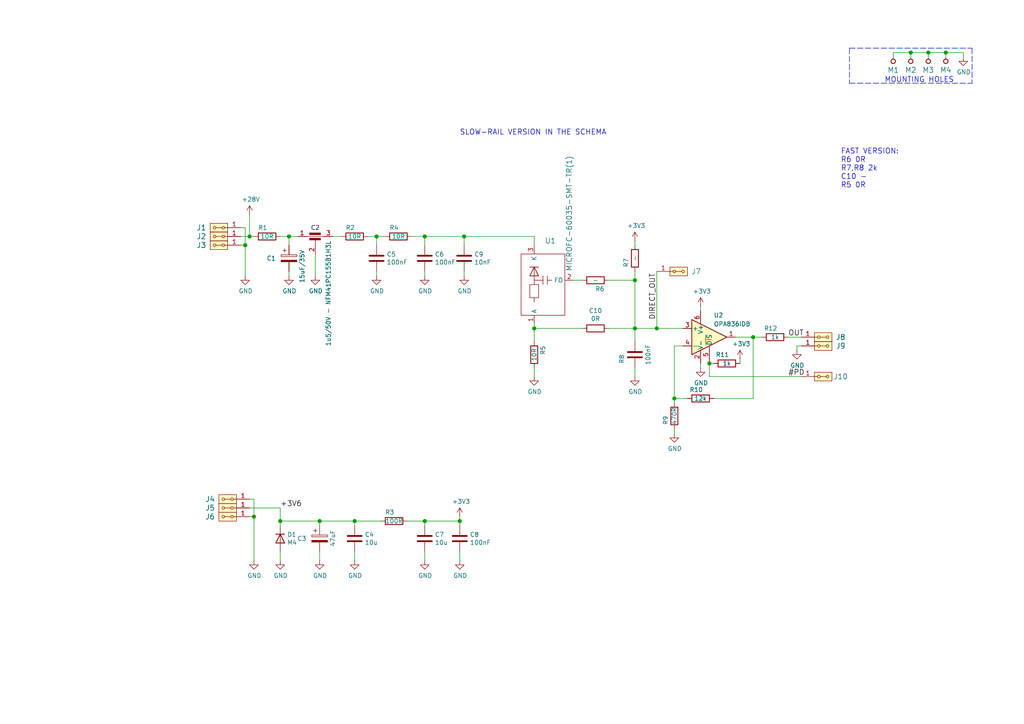
<source format=kicad_sch>
(kicad_sch (version 20210621) (generator eeschema)
  (paper "A4")
  (title_block (title "NAME") (date "%F") (rev "REV") (company "Mlab www.mlab.cz") (comment 1 "VERSION") (comment 2 "Short description \\nTwo lines are maximum") (comment 3 "nickname <email@example.com>") (comment 4 "BSD"))
  (lib_symbols
    (symbol "AIRDOSC01A_PCB01A-rescue:CP-Device" (pin_numbers hide) (pin_names (offset 0.254))
      (property "Reference" "C" (at 0.635 2.54 0))
      (property "Value" "CP-Device" (at 0.635 -2.54 0))
      (symbol "CP-Device_0_1"
        (rectangle (start -2.286 0.508) (end 2.286 1.016))
        (polyline (pts (xy -1.778 2.286) (xy -0.762 2.286)))
        (polyline (pts (xy -1.27 2.794) (xy -1.27 1.778)))
        (rectangle (start 2.286 -0.508) (end -2.286 -1.016) (fill (type outline)))
      )
      (symbol "CP-Device_1_1"
        (pin passive line (at 0 3.81 270) (length 2.794) (name "~") (number "1"))
        (pin passive line (at 0 -3.81 90) (length 2.794) (name "~") (number "2"))
      )
    )
    (symbol "AIRDOSC01A_PCB01A-rescue:EMI_Filter_C-Device" (pin_names (offset 0.254) hide)
      (property "Reference" "C" (at 0 7.62 0))
      (property "Value" "EMI_Filter_C-Device" (at 0 5.715 0))
      (symbol "EMI_Filter_C-Device_0_1"
        (rectangle (start -1.651 1.524) (end 1.524 2.032) (fill (type outline)))
        (polyline (pts (xy -2.54 2.54) (xy 2.54 2.54)))
        (polyline (pts (xy 0 0) (xy 0 1.778)))
        (rectangle (start 1.524 3.048) (end -1.651 3.556) (fill (type outline)))
      )
      (symbol "EMI_Filter_C-Device_1_1"
        (pin passive line (at -5.08 2.54 0) (length 2.54) (name "1") (number "1"))
        (pin passive line (at 0 -2.54 90) (length 2.54) (name "2") (number "2"))
        (pin passive line (at 5.08 2.54 180) (length 2.54) (name "3") (number "3"))
      )
    )
    (symbol "Amplifier_Operational:OPA847xDBV" (pin_names (offset 0.127))
      (property "Reference" "U" (at -1.27 6.35 0))
      (property "Value" "OPA847xDBV" (at -1.27 3.81 0))
      (symbol "OPA847xDBV_0_1"
        (polyline (pts (xy -5.08 5.08) (xy 5.08 0) (xy -5.08 -5.08) (xy -5.08 5.08)) (stroke (width 0.254)) (fill (type background)))
        (pin power_in line (at -2.54 -7.62 90) (length 3.81) (name "V-") (number "2"))
        (pin power_in line (at -2.54 7.62 270) (length 3.81) (name "V+") (number "6"))
      )
      (symbol "OPA847xDBV_1_1"
        (pin output line (at 7.62 0 180) (length 2.54) (name "~") (number "1"))
        (pin input line (at -7.62 2.54 0) (length 2.54) (name "+") (number "3"))
        (pin input line (at -7.62 -2.54 0) (length 2.54) (name "-") (number "4"))
        (pin input line (at 0 -7.62 90) (length 5.08) (name "~{DIS}") (number "5"))
      )
    )
    (symbol "Device:C" (pin_numbers hide) (pin_names (offset 0.254))
      (property "Reference" "C" (at 0.635 2.54 0))
      (property "Value" "C" (at 0.635 -2.54 0))
      (symbol "C_0_1"
        (polyline (pts (xy -2.032 -0.762) (xy 2.032 -0.762)) (stroke (width 0.508)))
        (polyline (pts (xy -2.032 0.762) (xy 2.032 0.762)) (stroke (width 0.508)))
      )
      (symbol "C_1_1"
        (pin passive line (at 0 3.81 270) (length 2.794) (name "~") (number "1"))
        (pin passive line (at 0 -3.81 90) (length 2.794) (name "~") (number "2"))
      )
    )
    (symbol "Device:D" (pin_numbers hide) (pin_names (offset 1.016) hide)
      (property "Reference" "D" (at 0 2.54 0))
      (property "Value" "D" (at 0 -2.54 0))
      (symbol "D_0_1"
        (polyline (pts (xy -1.27 1.27) (xy -1.27 -1.27)) (stroke (width 0.254)))
        (polyline (pts (xy 1.27 0) (xy -1.27 0)))
        (polyline (pts (xy 1.27 1.27) (xy 1.27 -1.27) (xy -1.27 0) (xy 1.27 1.27)) (stroke (width 0.254)))
      )
      (symbol "D_1_1"
        (pin passive line (at -3.81 0 0) (length 2.54) (name "K") (number "1"))
        (pin passive line (at 3.81 0 180) (length 2.54) (name "A") (number "2"))
      )
    )
    (symbol "Device:R" (pin_numbers hide) (pin_names (offset 0))
      (property "Reference" "R" (at 2.032 0 90))
      (property "Value" "R" (at 0 0 90))
      (symbol "R_0_1"
        (rectangle (start -1.016 -2.54) (end 1.016 2.54) (stroke (width 0.254)))
      )
      (symbol "R_1_1"
        (pin passive line (at 0 3.81 270) (length 1.27) (name "~") (number "1"))
        (pin passive line (at 0 -3.81 90) (length 1.27) (name "~") (number "2"))
      )
    )
    (symbol "MLAB_HEADER:HEADER_2x01_PARALLEL" (pin_names (offset 1.016))
      (property "Reference" "J" (at 0 -2.54 0))
      (property "Value" "HEADER_2x01_PARALLEL" (at 0 2.54 0))
      (symbol "HEADER_2x01_PARALLEL_0_1"
        (rectangle (start -2.54 1.27) (end 2.54 -1.27) (fill (type background)))
        (circle (center -1.27 0) (radius 0.381))
        (polyline (pts (xy -1.651 0) (xy -2.54 0)))
        (polyline (pts (xy -0.889 0) (xy 0.889 0)))
        (circle (center 1.27 0) (radius 0.381))
      )
      (symbol "HEADER_2x01_PARALLEL_1_1"
        (pin input line (at -6.35 0 0) (length 3.81) (name "~") (number "1"))
        (pin input line (at -6.35 0 0) (length 3.81) hide (name "~") (number "2"))
      )
    )
    (symbol "MLAB_IO:MICROFC-60035-SMT-TR(1)"
      (property "Reference" "U" (at 12.7 -3.81 0))
      (property "Value" "MICROFC-60035-SMT-TR(1)" (at 24.13 -11.43 0))
      (symbol "MICROFC-60035-SMT-TR(1)_0_1"
        (rectangle (start -3.81 7.62) (end 8.89 -10.16))
        (rectangle (start -1.27 -1.27) (end 1.27 -1.27))
        (rectangle (start -1.27 2.54) (end -1.27 -1.27))
        (rectangle (start 0 -3.81) (end 0 -1.27))
        (rectangle (start 0 -2.54) (end 2.54 -2.54))
        (rectangle (start 0 2.54) (end 0 3.81))
        (rectangle (start 1.27 2.54) (end -1.27 2.54))
        (rectangle (start 1.27 2.54) (end 1.27 -1.27))
        (rectangle (start 2.54 -2.54) (end 2.54 -3.81))
        (rectangle (start 2.54 -1.27) (end 2.54 -2.54))
        (rectangle (start 3.81 -2.54) (end 5.08 -2.54))
        (rectangle (start 3.81 -1.27) (end 3.81 -3.81))
      )
      (symbol "MICROFC-60035-SMT-TR(1)_1_1"
        (polyline (pts (xy -1.27 -6.35) (xy 1.27 -6.35)) (stroke (width 0.2032)))
        (polyline (pts (xy 0 -3.81) (xy 0 -6.35)))
        (polyline (pts (xy -1.27 -3.81) (xy 1.27 -3.81) (xy 0 -6.35) (xy -1.27 -3.81)) (stroke (width 0.2032)))
        (pin passive line (at 0 10.16 270) (length 2.54) (name "A") (number "1"))
        (pin passive line (at 11.43 -2.54 180) (length 2.54) (name "FO") (number "2"))
        (pin passive line (at 0 -12.7 90) (length 2.54) (name "K") (number "3"))
        (pin passive line (at 5.08 -3.81 270) (length 2.54) hide (name "NC") (number "4"))
      )
    )
    (symbol "MLAB_MECHANICAL:HOLE" (pin_numbers hide) (pin_names (offset 1.016) hide)
      (property "Reference" "M" (at 0 2.54 0))
      (property "Value" "HOLE" (at 0 -2.54 0))
      (symbol "HOLE_0_1"
        (circle (center 0 0) (radius 0.635) (stroke (width 0.254)) (stroke (width 0.254)))
      )
      (symbol "HOLE_1_1"
        (pin input line (at 1.27 0 180) (length 0.635) (name "~") (number "1"))
      )
    )
    (symbol "power:+28V" (power) (pin_names (offset 0))
      (property "Value" "+28V" (at 0 3.81 0))
      (symbol "+28V_0_1"
        (polyline (pts (xy -0.762 1.27) (xy 0 2.54)))
        (polyline (pts (xy 0 0) (xy 0 2.54)))
        (polyline (pts (xy 0 2.54) (xy 0.762 1.27)))
      )
      (symbol "+28V_1_1"
        (pin power_in line (at 0 0 90) (length 0) hide (name "+28V") (number "1"))
      )
    )
    (symbol "power:+3.3V" (power) (pin_names (offset 0))
      (property "Value" "+3.3V" (at 0 3.556 0))
      (symbol "+3.3V_0_1"
        (polyline (pts (xy -0.762 1.27) (xy 0 2.54)))
        (polyline (pts (xy 0 0) (xy 0 2.54)))
        (polyline (pts (xy 0 2.54) (xy 0.762 1.27)))
      )
      (symbol "+3.3V_1_1"
        (pin power_in line (at 0 0 90) (length 0) hide (name "+3V3") (number "1"))
      )
    )
    (symbol "power:GND" (power) (pin_names (offset 0))
      (property "Value" "GND" (at 0 -3.81 0))
      (symbol "GND_0_1"
        (polyline (pts (xy 0 0) (xy 0 -1.27) (xy 1.27 -1.27) (xy 0 -2.54) (xy -1.27 -1.27) (xy 0 -1.27)))
      )
      (symbol "GND_1_1"
        (pin power_in line (at 0 0 270) (length 0) hide (name "GND") (number "1"))
      )
    )
  )
  (junction (at 71.12 71.12) (diameter 1.016))
  (junction (at 72.39 68.58) (diameter 1.016))
  (junction (at 73.66 149.86) (diameter 1.016))
  (junction (at 81.28 151.13) (diameter 1.016))
  (junction (at 83.82 68.58) (diameter 1.016))
  (junction (at 92.71 151.13) (diameter 1.016))
  (junction (at 102.87 151.13) (diameter 1.016))
  (junction (at 109.22 68.58) (diameter 1.016))
  (junction (at 123.19 68.58) (diameter 1.016))
  (junction (at 123.19 151.13) (diameter 1.016))
  (junction (at 133.35 151.13) (diameter 1.016))
  (junction (at 134.62 68.58) (diameter 1.016))
  (junction (at 154.94 95.25) (diameter 1.016))
  (junction (at 184.15 81.28) (diameter 1.016))
  (junction (at 184.15 95.25) (diameter 1.016))
  (junction (at 190.5 95.25) (diameter 1.016))
  (junction (at 195.58 115.57) (diameter 1.016))
  (junction (at 205.74 105.41) (diameter 1.016))
  (junction (at 218.44 97.79) (diameter 1.016))
  (junction (at 264.16 15.24) (diameter 1.016))
  (junction (at 269.24 15.24) (diameter 1.016))
  (junction (at 274.32 15.24) (diameter 1.016))
  (wire (pts (xy 69.85 66.04) (xy 71.12 66.04)))
  (wire (pts (xy 69.85 71.12) (xy 71.12 71.12)))
  (wire (pts (xy 71.12 66.04) (xy 71.12 71.12)))
  (wire (pts (xy 71.12 71.12) (xy 71.12 80.01)))
  (wire (pts (xy 72.39 62.23) (xy 72.39 68.58)))
  (wire (pts (xy 72.39 68.58) (xy 69.85 68.58)))
  (wire (pts (xy 72.39 144.78) (xy 73.66 144.78)))
  (wire (pts (xy 72.39 147.32) (xy 81.28 147.32)))
  (wire (pts (xy 72.39 149.86) (xy 73.66 149.86)))
  (wire (pts (xy 73.66 68.58) (xy 72.39 68.58)))
  (wire (pts (xy 73.66 144.78) (xy 73.66 149.86)))
  (wire (pts (xy 73.66 149.86) (xy 73.66 162.56)))
  (wire (pts (xy 81.28 68.58) (xy 83.82 68.58)))
  (wire (pts (xy 81.28 151.13) (xy 81.28 147.32)))
  (wire (pts (xy 81.28 151.13) (xy 81.28 152.4)))
  (wire (pts (xy 81.28 151.13) (xy 92.71 151.13)))
  (wire (pts (xy 81.28 162.56) (xy 81.28 160.02)))
  (wire (pts (xy 83.82 68.58) (xy 86.36 68.58)))
  (wire (pts (xy 83.82 71.12) (xy 83.82 68.58)))
  (wire (pts (xy 83.82 80.01) (xy 83.82 78.74)))
  (wire (pts (xy 91.44 80.01) (xy 91.44 73.66)))
  (wire (pts (xy 92.71 151.13) (xy 92.71 152.4)))
  (wire (pts (xy 92.71 162.56) (xy 92.71 160.02)))
  (wire (pts (xy 96.52 68.58) (xy 99.06 68.58)))
  (wire (pts (xy 102.87 151.13) (xy 92.71 151.13)))
  (wire (pts (xy 102.87 151.13) (xy 102.87 152.4)))
  (wire (pts (xy 102.87 162.56) (xy 102.87 160.02)))
  (wire (pts (xy 106.68 68.58) (xy 109.22 68.58)))
  (wire (pts (xy 109.22 68.58) (xy 111.76 68.58)))
  (wire (pts (xy 109.22 71.12) (xy 109.22 68.58)))
  (wire (pts (xy 109.22 78.74) (xy 109.22 80.01)))
  (wire (pts (xy 110.49 151.13) (xy 102.87 151.13)))
  (wire (pts (xy 118.11 151.13) (xy 123.19 151.13)))
  (wire (pts (xy 119.38 68.58) (xy 123.19 68.58)))
  (wire (pts (xy 123.19 68.58) (xy 134.62 68.58)))
  (wire (pts (xy 123.19 71.12) (xy 123.19 68.58)))
  (wire (pts (xy 123.19 80.01) (xy 123.19 78.74)))
  (wire (pts (xy 123.19 151.13) (xy 133.35 151.13)))
  (wire (pts (xy 123.19 152.4) (xy 123.19 151.13)))
  (wire (pts (xy 123.19 162.56) (xy 123.19 160.02)))
  (wire (pts (xy 133.35 149.86) (xy 133.35 151.13)))
  (wire (pts (xy 133.35 151.13) (xy 133.35 152.4)))
  (wire (pts (xy 133.35 162.56) (xy 133.35 160.02)))
  (wire (pts (xy 134.62 68.58) (xy 154.94 68.58)))
  (wire (pts (xy 134.62 71.12) (xy 134.62 68.58)))
  (wire (pts (xy 134.62 80.01) (xy 134.62 78.74)))
  (wire (pts (xy 154.94 68.58) (xy 154.94 71.12)))
  (wire (pts (xy 154.94 95.25) (xy 154.94 93.98)))
  (wire (pts (xy 154.94 95.25) (xy 154.94 99.06)))
  (wire (pts (xy 154.94 95.25) (xy 168.91 95.25)))
  (wire (pts (xy 154.94 109.22) (xy 154.94 106.68)))
  (wire (pts (xy 166.37 81.28) (xy 168.91 81.28)))
  (wire (pts (xy 176.53 81.28) (xy 184.15 81.28)))
  (wire (pts (xy 176.53 95.25) (xy 184.15 95.25)))
  (wire (pts (xy 184.15 71.12) (xy 184.15 69.85)))
  (wire (pts (xy 184.15 78.74) (xy 184.15 81.28)))
  (wire (pts (xy 184.15 81.28) (xy 184.15 95.25)))
  (wire (pts (xy 184.15 95.25) (xy 184.15 99.06)))
  (wire (pts (xy 184.15 95.25) (xy 190.5 95.25)))
  (wire (pts (xy 184.15 109.22) (xy 184.15 106.68)))
  (wire (pts (xy 190.5 78.74) (xy 190.5 95.25)))
  (wire (pts (xy 190.5 95.25) (xy 198.12 95.25)))
  (wire (pts (xy 195.58 100.33) (xy 195.58 115.57)))
  (wire (pts (xy 195.58 115.57) (xy 195.58 116.84)))
  (wire (pts (xy 195.58 125.73) (xy 195.58 124.46)))
  (wire (pts (xy 198.12 100.33) (xy 195.58 100.33)))
  (wire (pts (xy 199.39 115.57) (xy 195.58 115.57)))
  (wire (pts (xy 203.2 90.17) (xy 203.2 88.9)))
  (wire (pts (xy 203.2 106.68) (xy 203.2 105.41)))
  (wire (pts (xy 205.74 105.41) (xy 205.74 109.22)))
  (wire (pts (xy 205.74 105.41) (xy 207.01 105.41)))
  (wire (pts (xy 205.74 109.22) (xy 232.41 109.22)))
  (wire (pts (xy 207.01 115.57) (xy 218.44 115.57)))
  (wire (pts (xy 213.36 97.79) (xy 218.44 97.79)))
  (wire (pts (xy 214.63 105.41) (xy 214.63 104.14)))
  (wire (pts (xy 218.44 97.79) (xy 220.98 97.79)))
  (wire (pts (xy 218.44 115.57) (xy 218.44 97.79)))
  (wire (pts (xy 228.6 97.79) (xy 232.41 97.79)))
  (wire (pts (xy 231.14 100.33) (xy 231.14 101.6)))
  (wire (pts (xy 232.41 100.33) (xy 231.14 100.33)))
  (wire (pts (xy 259.08 15.24) (xy 264.16 15.24)))
  (wire (pts (xy 259.08 16.51) (xy 259.08 15.24)))
  (wire (pts (xy 264.16 15.24) (xy 269.24 15.24)))
  (wire (pts (xy 264.16 16.51) (xy 264.16 15.24)))
  (wire (pts (xy 269.24 15.24) (xy 274.32 15.24)))
  (wire (pts (xy 269.24 16.51) (xy 269.24 15.24)))
  (wire (pts (xy 274.32 15.24) (xy 279.4 15.24)))
  (wire (pts (xy 274.32 16.51) (xy 274.32 15.24)))
  (wire (pts (xy 279.4 15.24) (xy 279.4 16.51)))
  (polyline (pts (xy 246.38 13.97) (xy 246.38 24.13)) (stroke (width 0) (type dash)))
  (polyline (pts (xy 246.38 13.97) (xy 281.94 13.97)) (stroke (width 0) (type dash)))
  (polyline (pts (xy 246.38 24.13) (xy 281.94 24.13)) (stroke (width 0) (type dash)))
  (polyline (pts (xy 281.94 13.97) (xy 281.94 24.13)) (stroke (width 0) (type dash)))
  (text "SLOW-RAIL VERSION IN THE SCHEMA" (at 133.35 39.37 0) (effects (font (size 1.524 1.524)) (justify left bottom)))
  (text "FAST VERSION:\nR6 0R\nR7,R8 2k\nC10 -\nR5 0R\n\n" (at 243.84 57.15 0) (effects (font (size 1.524 1.524)) (justify left bottom)))
  (text "MOUNTING HOLES" (at 256.54 24.13 0) (effects (font (size 1.524 1.524)) (justify left bottom)))
  (label "+3V6" (at 81.28 147.32 0) (effects (font (size 1.524 1.524))))
  (label "DIRECT_OUT" (at 190.5 92.71 90) (effects (font (size 1.524 1.524))))
  (label "OUT" (at 228.6 97.79 0) (effects (font (size 1.524 1.524))))
  (label "#PD" (at 228.6 109.22 0) (effects (font (size 1.524 1.524))))
  (symbol (lib_id "MLAB_MECHANICAL:HOLE") (at 259.08 17.78 90) (unit 1)
    (property "Reference" "M1" (at 259.08 20.32 90) (effects (font (size 1.524 1.524))))
    (property "Value" "HOLE" (effects hide))
    (property "Footprint" "Mlab_Mechanical:MountingHole_3mm" (effects hide))
  )
  (symbol (lib_id "MLAB_MECHANICAL:HOLE") (at 264.16 17.78 90) (unit 1)
    (property "Reference" "M2" (at 264.16 20.32 90) (effects (font (size 1.524 1.524))))
    (property "Value" "HOLE" (effects hide))
    (property "Footprint" "Mlab_Mechanical:MountingHole_3mm" (effects hide))
  )
  (symbol (lib_id "MLAB_MECHANICAL:HOLE") (at 269.24 17.78 90) (unit 1)
    (property "Reference" "M3" (at 269.24 20.32 90) (effects (font (size 1.524 1.524))))
    (property "Value" "HOLE" (effects hide))
    (property "Footprint" "Mlab_Mechanical:MountingHole_3mm" (effects hide))
  )
  (symbol (lib_id "MLAB_MECHANICAL:HOLE") (at 274.32 17.78 90) (unit 1)
    (property "Reference" "M4" (at 274.32 20.32 90) (effects (font (size 1.524 1.524))))
    (property "Value" "HOLE" (effects hide))
    (property "Footprint" "Mlab_Mechanical:MountingHole_3mm" (effects hide))
  )
  (symbol (lib_id "power:+28V") (at 72.39 62.23 0) (unit 1)
    (property "Reference" "#PWR02" (effects hide))
    (property "Value" "+28V" (at 72.771 57.8358 0))
  )
  (symbol (lib_id "power:+3.3V") (at 133.35 149.86 0) (unit 1)
    (property "Reference" "#PWR012" (effects hide))
    (property "Value" "+3.3V" (at 133.731 145.4658 0))
  )
  (symbol (lib_id "power:+3.3V") (at 184.15 69.85 0) (unit 1)
    (property "Reference" "#PWR016" (effects hide))
    (property "Value" "+3.3V" (at 184.531 65.4558 0))
  )
  (symbol (lib_id "power:+3.3V") (at 203.2 88.9 0) (unit 1)
    (property "Reference" "#PWR019" (effects hide))
    (property "Value" "+3.3V" (at 203.581 84.5058 0))
  )
  (symbol (lib_id "power:+3.3V") (at 214.63 104.14 0) (unit 1)
    (property "Reference" "#PWR021" (effects hide))
    (property "Value" "+3.3V" (at 215.011 99.7458 0))
  )
  (symbol (lib_id "power:GND") (at 71.12 80.01 0) (unit 1)
    (property "Reference" "#PWR01" (effects hide))
    (property "Value" "GND" (at 71.247 84.4042 0))
  )
  (symbol (lib_id "power:GND") (at 73.66 162.56 0) (unit 1)
    (property "Reference" "#PWR03" (effects hide))
    (property "Value" "GND" (at 73.787 166.9542 0))
  )
  (symbol (lib_id "power:GND") (at 81.28 162.56 0) (unit 1)
    (property "Reference" "#PWR04" (effects hide))
    (property "Value" "GND" (at 81.407 166.9542 0))
  )
  (symbol (lib_id "power:GND") (at 83.82 80.01 0) (unit 1)
    (property "Reference" "#PWR05" (effects hide))
    (property "Value" "GND" (at 83.947 84.4042 0))
  )
  (symbol (lib_id "power:GND") (at 91.44 80.01 0) (unit 1)
    (property "Reference" "#PWR06" (effects hide))
    (property "Value" "GND" (at 91.567 84.4042 0))
  )
  (symbol (lib_id "power:GND") (at 92.71 162.56 0) (unit 1)
    (property "Reference" "#PWR07" (effects hide))
    (property "Value" "GND" (at 92.837 166.9542 0))
  )
  (symbol (lib_id "power:GND") (at 102.87 162.56 0) (unit 1)
    (property "Reference" "#PWR08" (effects hide))
    (property "Value" "GND" (at 102.997 166.9542 0))
  )
  (symbol (lib_id "power:GND") (at 109.22 80.01 0) (unit 1)
    (property "Reference" "#PWR09" (effects hide))
    (property "Value" "GND" (at 109.347 84.4042 0))
  )
  (symbol (lib_id "power:GND") (at 123.19 80.01 0) (unit 1)
    (property "Reference" "#PWR010" (effects hide))
    (property "Value" "GND" (at 123.317 84.4042 0))
  )
  (symbol (lib_id "power:GND") (at 123.19 162.56 0) (unit 1)
    (property "Reference" "#PWR011" (effects hide))
    (property "Value" "GND" (at 123.317 166.9542 0))
  )
  (symbol (lib_id "power:GND") (at 133.35 162.56 0) (unit 1)
    (property "Reference" "#PWR013" (effects hide))
    (property "Value" "GND" (at 133.477 166.9542 0))
  )
  (symbol (lib_id "power:GND") (at 134.62 80.01 0) (unit 1)
    (property "Reference" "#PWR014" (effects hide))
    (property "Value" "GND" (at 134.747 84.4042 0))
  )
  (symbol (lib_id "power:GND") (at 154.94 109.22 0) (unit 1)
    (property "Reference" "#PWR015" (effects hide))
    (property "Value" "GND" (at 155.067 113.6142 0))
  )
  (symbol (lib_id "power:GND") (at 184.15 109.22 0) (unit 1)
    (property "Reference" "#PWR017" (effects hide))
    (property "Value" "GND" (at 184.277 113.6142 0))
  )
  (symbol (lib_id "power:GND") (at 195.58 125.73 0) (unit 1)
    (property "Reference" "#PWR018" (effects hide))
    (property "Value" "GND" (at 195.707 130.1242 0))
  )
  (symbol (lib_id "power:GND") (at 203.2 106.68 0) (unit 1)
    (property "Reference" "#PWR020" (effects hide))
    (property "Value" "GND" (at 203.327 111.0742 0))
  )
  (symbol (lib_id "power:GND") (at 231.14 101.6 0) (unit 1)
    (property "Reference" "#PWR022" (effects hide))
    (property "Value" "GND" (at 231.267 105.9942 0))
  )
  (symbol (lib_id "power:GND") (at 279.4 16.51 0) (unit 1)
    (property "Reference" "#PWR023" (effects hide))
    (property "Value" "GND" (at 279.527 20.9042 0))
  )
  (symbol (lib_id "Device:R") (at 77.47 68.58 270) (unit 1)
    (property "Reference" "R1" (at 76.2 66.04 90))
    (property "Value" "10R" (at 77.47 68.58 90))
    (property "Footprint" "Mlab_R:SMD-0805" (effects hide))
    (property "UST_ID" "5c70984512875079b91f896d" (effects hide))
  )
  (symbol (lib_id "Device:R") (at 102.87 68.58 270) (unit 1)
    (property "Reference" "R2" (at 101.6 66.04 90))
    (property "Value" "10R" (at 102.87 68.58 90))
    (property "Footprint" "Mlab_R:SMD-0805" (effects hide))
    (property "UST_ID" "5c70984512875079b91f896d" (effects hide))
  )
  (symbol (lib_id "Device:R") (at 114.3 151.13 270) (unit 1)
    (property "Reference" "R3" (at 113.03 148.59 90))
    (property "Value" "100R" (at 114.3 151.13 90))
    (property "Footprint" "Mlab_R:SMD-0805" (effects hide))
    (property "UST_ID" "5c70984512875079b91f8977" (effects hide))
  )
  (symbol (lib_id "Device:R") (at 115.57 68.58 270) (unit 1)
    (property "Reference" "R4" (at 114.3 66.04 90))
    (property "Value" "10R" (at 115.57 68.58 90))
    (property "Footprint" "Mlab_R:SMD-0805" (effects hide))
    (property "UST_ID" "5c70984512875079b91f896d" (effects hide))
  )
  (symbol (lib_id "Device:R") (at 154.94 102.87 180) (unit 1)
    (property "Reference" "R5" (at 157.48 101.6 90))
    (property "Value" "10R" (at 154.94 102.87 90))
    (property "Footprint" "Mlab_R:SMD-0805" (effects hide))
    (property "UST_ID" "5c70984512875079b91f896d" (effects hide))
  )
  (symbol (lib_id "Device:R") (at 172.72 81.28 90) (unit 1)
    (property "Reference" "R6" (at 173.99 83.82 90))
    (property "Value" "-" (at 172.72 81.28 90))
    (property "Footprint" "Mlab_R:SMD-0805" (effects hide))
  )
  (symbol (lib_id "Device:R") (at 172.72 95.25 270) (unit 1)
    (property "Reference" "C10" (at 172.72 90.1192 90))
    (property "Value" "0R" (at 172.72 92.431 90))
    (property "Footprint" "Mlab_R:SMD-0805" (effects hide))
    (property "UST_ID" "5c70984512875079b91f896b" (effects hide))
  )
  (symbol (lib_id "Device:R") (at 184.15 74.93 0) (unit 1)
    (property "Reference" "R7" (at 181.61 76.2 90))
    (property "Value" "-" (at 184.15 74.93 90))
    (property "Footprint" "Mlab_R:SMD-0805" (effects hide))
  )
  (symbol (lib_id "Device:R") (at 195.58 120.65 0) (unit 1)
    (property "Reference" "R9" (at 193.04 121.92 90))
    (property "Value" "470R" (at 195.58 120.65 90))
    (property "Footprint" "Mlab_R:SMD-0805" (effects hide))
    (property "UST_ID" "5c70984512875079b91f8986" (effects hide))
  )
  (symbol (lib_id "Device:R") (at 203.2 115.57 270) (unit 1)
    (property "Reference" "R10" (at 201.93 113.03 90))
    (property "Value" "12k" (at 203.2 115.57 90))
    (property "Footprint" "Mlab_R:SMD-0805" (effects hide))
    (property "UST_ID" "5c70984612875079b91f89a1" (effects hide))
  )
  (symbol (lib_id "Device:R") (at 210.82 105.41 270) (unit 1)
    (property "Reference" "R11" (at 209.55 102.87 90))
    (property "Value" "1k" (at 210.82 105.41 90))
    (property "Footprint" "Mlab_R:SMD-0805" (effects hide))
    (property "UST_ID" "5c70984512875079b91f898c" (effects hide))
  )
  (symbol (lib_id "Device:R") (at 224.79 97.79 270) (unit 1)
    (property "Reference" "R12" (at 223.52 95.25 90))
    (property "Value" "1k" (at 224.79 97.79 90))
    (property "Footprint" "Mlab_R:SMD-0805" (effects hide))
    (property "UST_ID" "5c70984512875079b91f898c" (effects hide))
  )
  (symbol (lib_id "Device:D") (at 81.28 156.21 270) (unit 1)
    (property "Reference" "D1" (at 83.2866 155.0416 90) (effects (justify left)))
    (property "Value" "M4" (at 83.2866 157.353 90) (effects (justify left)))
    (property "Footprint" "Mlab_D:Diode-SMA_Standard" (effects hide))
    (property "UST_ID" "5c70984512875079b91f88ac" (effects hide))
  )
  (symbol (lib_id "MLAB_HEADER:HEADER_2x01_PARALLEL") (at 63.5 66.04 180) (unit 1)
    (property "Reference" "J1" (at 58.42 66.04 0) (effects (font (size 1.524 1.524))))
    (property "Value" "HEADER_2x01_PARALLEL" (effects hide))
    (property "Footprint" "Mlab_Pin_Headers:Straight_2x01" (effects hide))
  )
  (symbol (lib_id "MLAB_HEADER:HEADER_2x01_PARALLEL") (at 63.5 68.58 180) (unit 1)
    (property "Reference" "J2" (at 58.42 68.58 0) (effects (font (size 1.524 1.524))))
    (property "Value" "HEADER_2x01_PARALLEL" (effects hide))
    (property "Footprint" "Mlab_Pin_Headers:Straight_2x01" (effects hide))
  )
  (symbol (lib_id "MLAB_HEADER:HEADER_2x01_PARALLEL") (at 63.5 71.12 180) (unit 1)
    (property "Reference" "J3" (at 58.42 71.12 0) (effects (font (size 1.524 1.524))))
    (property "Value" "HEADER_2x01_PARALLEL" (effects hide))
    (property "Footprint" "Mlab_Pin_Headers:Straight_2x01" (effects hide))
  )
  (symbol (lib_id "MLAB_HEADER:HEADER_2x01_PARALLEL") (at 66.04 144.78 180) (unit 1)
    (property "Reference" "J4" (at 60.96 144.78 0) (effects (font (size 1.524 1.524))))
    (property "Value" "HEADER_2x01_PARALLEL" (effects hide))
    (property "Footprint" "Mlab_Pin_Headers:Straight_2x01" (effects hide))
  )
  (symbol (lib_id "MLAB_HEADER:HEADER_2x01_PARALLEL") (at 66.04 147.32 180) (unit 1)
    (property "Reference" "J5" (at 60.96 147.32 0) (effects (font (size 1.524 1.524))))
    (property "Value" "HEADER_2x01_PARALLEL" (effects hide))
    (property "Footprint" "Mlab_Pin_Headers:Straight_2x01" (effects hide))
  )
  (symbol (lib_id "MLAB_HEADER:HEADER_2x01_PARALLEL") (at 66.04 149.86 180) (unit 1)
    (property "Reference" "J6" (at 60.96 149.86 0) (effects (font (size 1.524 1.524))))
    (property "Value" "HEADER_2x01_PARALLEL" (effects hide))
    (property "Footprint" "Mlab_Pin_Headers:Straight_2x01" (effects hide))
  )
  (symbol (lib_id "MLAB_HEADER:HEADER_2x01_PARALLEL") (at 196.85 78.74 0) (unit 1)
    (property "Reference" "J7" (at 201.93 78.74 0) (effects (font (size 1.524 1.524))))
    (property "Value" "HEADER_2x01_PARALLEL" (effects hide))
    (property "Footprint" "Mlab_Pin_Headers:Straight_2x01" (effects hide))
  )
  (symbol (lib_id "MLAB_HEADER:HEADER_2x01_PARALLEL") (at 238.76 97.79 0) (unit 1)
    (property "Reference" "J8" (at 243.84 97.79 0) (effects (font (size 1.524 1.524))))
    (property "Value" "HEADER_2x01_PARALLEL" (effects hide))
    (property "Footprint" "Mlab_Pin_Headers:Straight_2x01" (effects hide))
  )
  (symbol (lib_id "MLAB_HEADER:HEADER_2x01_PARALLEL") (at 238.76 100.33 0) (unit 1)
    (property "Reference" "J9" (at 243.84 100.33 0) (effects (font (size 1.524 1.524))))
    (property "Value" "HEADER_2x01_PARALLEL" (effects hide))
    (property "Footprint" "Mlab_Pin_Headers:Straight_2x01" (effects hide))
  )
  (symbol (lib_id "MLAB_HEADER:HEADER_2x01_PARALLEL") (at 238.76 109.22 0) (unit 1)
    (property "Reference" "J10" (at 243.84 109.22 0) (effects (font (size 1.524 1.524))))
    (property "Value" "HEADER_2x01_PARALLEL" (effects hide))
    (property "Footprint" "Mlab_Pin_Headers:Straight_2x01" (effects hide))
  )
  (symbol (lib_id "AIRDOSC01A_PCB01A-rescue:CP-Device") (at 83.82 74.93 0) (unit 1)
    (property "Reference" "C1" (at 80.01 74.93 0) (effects (justify right)))
    (property "Value" "15uF/35V" (at 87.63 72.39 90) (effects (justify right)))
    (property "Footprint" "Mlab_C:TantalC_SizeC_Reflow" (effects hide))
    (property "UST_ID" "5c70984812875079b91f8bac" (effects hide))
  )
  (symbol (lib_id "AIRDOSC01A_PCB01A-rescue:CP-Device") (at 92.71 156.21 0) (unit 1)
    (property "Reference" "C3" (at 88.9 156.21 0) (effects (justify right)))
    (property "Value" "47uF" (at 96.52 153.67 90) (effects (justify right)))
    (property "Footprint" "Mlab_C:TantalC_SizeC_Reflow" (effects hide))
    (property "UST_ID" "5c70984412875079b91f8867" (effects hide))
  )
  (symbol (lib_id "Device:C") (at 102.87 156.21 0) (unit 1)
    (property "Reference" "C4" (at 105.791 155.0416 0) (effects (justify left)))
    (property "Value" "10u" (at 105.791 157.353 0) (effects (justify left)))
    (property "Footprint" "Mlab_R:SMD-0805" (effects hide))
    (property "UST_ID" "5c70984712875079b91f8b53" (effects hide))
  )
  (symbol (lib_id "Device:C") (at 109.22 74.93 0) (unit 1)
    (property "Reference" "C5" (at 112.141 73.7616 0) (effects (justify left)))
    (property "Value" "100nF" (at 112.141 76.073 0) (effects (justify left)))
    (property "Footprint" "Mlab_R:SMD-0805" (effects hide))
    (property "UST_ID" "5c70984712875079b91f8b4c" (effects hide))
  )
  (symbol (lib_id "Device:C") (at 123.19 74.93 0) (unit 1)
    (property "Reference" "C6" (at 126.111 73.7616 0) (effects (justify left)))
    (property "Value" "100nF" (at 126.111 76.073 0) (effects (justify left)))
    (property "Footprint" "Mlab_R:SMD-0805" (effects hide))
    (property "UST_ID" "5c70984712875079b91f8b4c" (effects hide))
  )
  (symbol (lib_id "Device:C") (at 123.19 156.21 0) (unit 1)
    (property "Reference" "C7" (at 126.111 155.0416 0) (effects (justify left)))
    (property "Value" "10u" (at 126.111 157.353 0) (effects (justify left)))
    (property "Footprint" "Mlab_R:SMD-0805" (effects hide))
    (property "UST_ID" "5c70984712875079b91f8b53" (effects hide))
  )
  (symbol (lib_id "Device:C") (at 133.35 156.21 0) (unit 1)
    (property "Reference" "C8" (at 136.271 155.0416 0) (effects (justify left)))
    (property "Value" "100nF" (at 136.271 157.353 0) (effects (justify left)))
    (property "Footprint" "Mlab_R:SMD-0805" (effects hide))
    (property "UST_ID" "5c70984712875079b91f8b4c" (effects hide))
  )
  (symbol (lib_id "Device:C") (at 134.62 74.93 0) (unit 1)
    (property "Reference" "C9" (at 137.541 73.7616 0) (effects (justify left)))
    (property "Value" "10nF" (at 137.541 76.073 0) (effects (justify left)))
    (property "Footprint" "Mlab_R:SMD-0805" (effects hide))
    (property "UST_ID" "5c70984712875079b91f8b49" (effects hide))
  )
  (symbol (lib_id "Device:C") (at 184.15 102.87 0) (unit 1)
    (property "Reference" "R8" (at 180.34 104.14 90))
    (property "Value" "100nF" (at 187.96 102.87 90))
    (property "Footprint" "Mlab_R:SMD-0805" (effects hide))
    (property "UST_ID" "5c70984712875079b91f8b4c" (effects hide))
  )
  (symbol (lib_id "AIRDOSC01A_PCB01A-rescue:EMI_Filter_C-Device") (at 91.44 71.12 0) (unit 1)
    (property "Reference" "C2" (at 91.44 66.04 0))
    (property "Value" "1u5/50V - NFM41PC155B1H3L" (at 95.25 85.09 90))
    (property "Footprint" "Mlab_L:FIR_1806" (effects hide))
    (property "Datasheet" "http://www.murata.com/~/media/webrenewal/support/library/catalog/products/emc/emifil/c31e.ashx?la=en-gb" (effects hide))
    (property "UST_ID" "5c70984712875079b91f8b9b" (effects hide))
  )
  (symbol (lib_id "Amplifier_Operational:OPA847xDBV") (at 205.74 97.79 0) (unit 1)
    (property "Reference" "U2" (at 207.01 91.44 0) (effects (justify left)))
    (property "Value" "OPA836IDB" (at 207.01 93.98 0) (effects (justify left)))
    (property "Footprint" "Package_TO_SOT_SMD:SOT-23-6" (effects hide))
    (property "Datasheet" "http://www.ti.com/lit/ds/symlink/opa847.pdf" (effects hide))
    (property "UST_ID" "5c7273171287500b4e112ff8" (effects hide))
  )
  (symbol (lib_id "MLAB_IO:MICROFC-60035-SMT-TR(1)") (at 154.94 83.82 0) (mirror x) (unit 1)
    (property "Reference" "U1" (at 161.29 69.85 0) (effects (font (size 1.524 1.524)) (justify right)))
    (property "Value" "MICROFC-60035-SMT-TR(1)" (at 165.1 78.74 90) (effects (font (size 1.524 1.524)) (justify right)))
    (property "Footprint" "Mlab_IO:MicroFC−60035−SMT" (effects hide))
    (property "UST_ID" "60f907411287500165a96c1e" (effects hide))
  )
)
</source>
